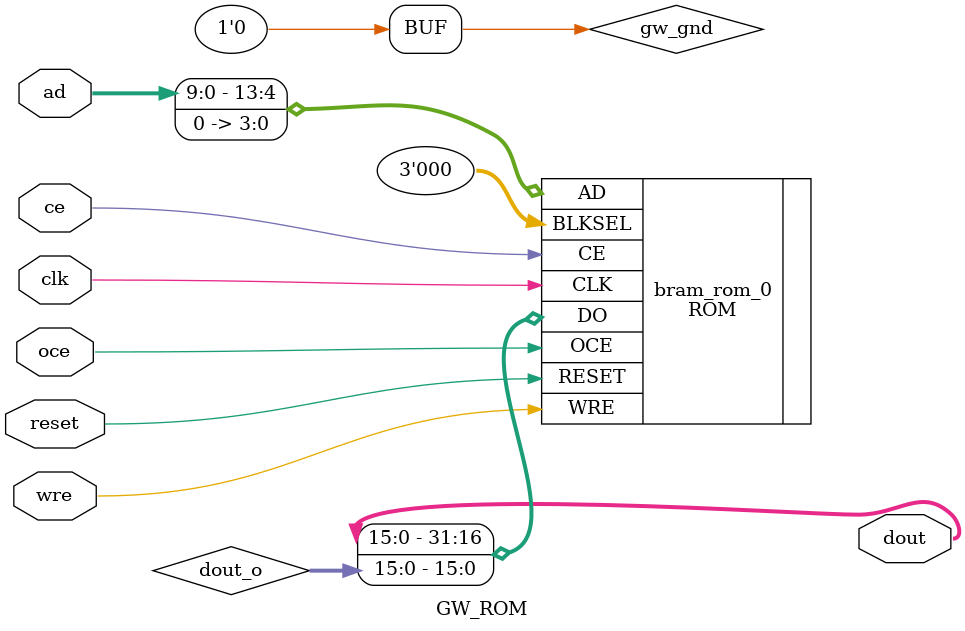
<source format=v>

module testfft(
    clk   ,
    rst  ,
    ipd  ,
    dout  
    );

  input         clk   ;
  input         rst  ;
  input         ipd  ;
  output  [15:0] dout  ;

  reg     [15:0] dout  ;
  reg     [9:0] addr  ;
  reg     [15:0] data [0:1023];

  always@(posedge clk or posedge rst)
  begin
    if(rst)
      addr <= 'b0;
    else if(ipd)
      addr <= addr + 1'b1;
  end

  GW_ROM U_GW_ROM (.dout(dout), .clk(clk), .oce(1'b1), .ce(ipd), .reset(rst), .wre(1'b0), .ad(addr));

endmodule

module GW_ROM (dout, clk, oce, ce, reset, wre, ad);

output [15:0] dout;
input clk;
input oce;
input ce;
input reset;
input wre;
input [9:0] ad;

wire gw_gnd;
wire [15:0] dout_o;
assign gw_gnd = 1'b0;

ROM bram_rom_0 (
    .DO({dout[15:0],dout_o[15:0]}),
    .CLK(clk),
    .OCE(oce),
    .CE(ce),
    .RESET(reset),
    .WRE(wre),
    .BLKSEL({gw_gnd,gw_gnd,gw_gnd}),
    .AD({ad[9:0],gw_gnd,gw_gnd,gw_gnd,gw_gnd})
);

defparam bram_rom_0.READ_MODE = 1'b0;
defparam bram_rom_0.BIT_WIDTH = 16;
defparam bram_rom_0.BLK_SEL = 3'b000;
defparam bram_rom_0.RESET_MODE = "SYNC";
defparam bram_rom_0.INIT_RAM_00 = 256'hF780E580F68013001380F780E580F68013001380F780E580F68013001380F780;
defparam bram_rom_0.INIT_RAM_01 = 256'h1380F780E580F68013001380F780E580F68013001380F780E580F68013001380;
defparam bram_rom_0.INIT_RAM_02 = 256'h13001380F780E580F68013001380F780E580F68013001380F780E580F6801300;
defparam bram_rom_0.INIT_RAM_03 = 256'hF68013001380F780E580F68013001380F780E580F68013001380F780E580F680;
defparam bram_rom_0.INIT_RAM_04 = 256'hE580F68013001380F780E580F68013001380F780E580F68013001380F780E580;
defparam bram_rom_0.INIT_RAM_05 = 256'hF780E580F68013001380F780E580F68013001380F780E580F68013001380F780;
defparam bram_rom_0.INIT_RAM_06 = 256'h1380F780E580F68013001380F780E580F68013001380F780E580F68013001380;
defparam bram_rom_0.INIT_RAM_07 = 256'h13001380F780E580F68013001380F780E580F68013001380F780E580F6801300;
defparam bram_rom_0.INIT_RAM_08 = 256'hF68013001380F780E580F68012801380F780E580F68013001380F780E580F680;
defparam bram_rom_0.INIT_RAM_09 = 256'hE580F68013001380F780E580F68013001380F780E580F68013001380F780E580;
defparam bram_rom_0.INIT_RAM_0A = 256'hF780E580F68013001380F780E580F68013001380F780E580F68013001380F780;
defparam bram_rom_0.INIT_RAM_0B = 256'h1380F780E580F68013001380F780E580F68013001380F780E580F68013001380;
defparam bram_rom_0.INIT_RAM_0C = 256'h13001380F780E600F68013001380F780E580F68013001380F780E580F6801300;
defparam bram_rom_0.INIT_RAM_0D = 256'hF68013001380F780E580F68013001380F780E580F68013001380F780E580F680;
defparam bram_rom_0.INIT_RAM_0E = 256'hE600F68013001380F780E580F68013001380F780E580F68013001380F780E580;
defparam bram_rom_0.INIT_RAM_0F = 256'hF780E580F68012801380F780E580F68013001380F780E580F68013001380F780;
defparam bram_rom_0.INIT_RAM_10 = 256'h1380F780E580F68013001380F780E580F68013001380F780E580F68013001380;
defparam bram_rom_0.INIT_RAM_11 = 256'h13001380F780E580F68013001380F780E580F68013001380F780E580F6801300;
defparam bram_rom_0.INIT_RAM_12 = 256'hF68013001380F780E580F68013001380F780E580F68013001380F780E580F680;
defparam bram_rom_0.INIT_RAM_13 = 256'hE580F68013001380F780E580F68013001380F780E580F68013001380F780E580;
defparam bram_rom_0.INIT_RAM_14 = 256'hF780E580F68013001380F780E580F68013001380F780E580F68013001380F780;
defparam bram_rom_0.INIT_RAM_15 = 256'h1380F780E580F68013001380F780E580F68013001380F780E580F68013001380;
defparam bram_rom_0.INIT_RAM_16 = 256'h13001380F780E580F68013001380F780E580F68013001380F780E580F6801300;
defparam bram_rom_0.INIT_RAM_17 = 256'hF68013001380F780E580F68013001380F780E580F68013001380F780E580F680;
defparam bram_rom_0.INIT_RAM_18 = 256'hE580F68013001380F780E580F68013001380F780E580F68013001380F780E580;
defparam bram_rom_0.INIT_RAM_19 = 256'hF780E580F68013001380F780E580F68013001380F780E580F68013001380F780;
defparam bram_rom_0.INIT_RAM_1A = 256'h1380F800E580F68013001380F780E580F68013001380F780E600F68013001380;
defparam bram_rom_0.INIT_RAM_1B = 256'h13001380F780E580F68013001380F780E580F68013001380F780E600F6801300;
defparam bram_rom_0.INIT_RAM_1C = 256'hF68013001380F780E580F68013001380F780E580F68013001380F780E580F680;
defparam bram_rom_0.INIT_RAM_1D = 256'hE580F68013001380F780E580F68013001380F780E580F68013001380F780E580;
defparam bram_rom_0.INIT_RAM_1E = 256'hF780E580F68013001380F780E580F68013001380F780E580F68013001380F780;
defparam bram_rom_0.INIT_RAM_1F = 256'h1380F780E580F68013001380F780E580F68013001380F780E580F68013001380;
defparam bram_rom_0.INIT_RAM_20 = 256'h13001380F780E580F68013001380F780E580F68013001380F780E580F6801300;
defparam bram_rom_0.INIT_RAM_21 = 256'hF68013001380F780E580F68013001380F780E580F68013001380F780E580F680;
defparam bram_rom_0.INIT_RAM_22 = 256'hE580F68013001380F780E580F68013001380F780E580F68013001380F780E580;
defparam bram_rom_0.INIT_RAM_23 = 256'hF780E580F68013001380F780E580F68013001380F780E580F68013001380F780;
defparam bram_rom_0.INIT_RAM_24 = 256'h1380F780E580F68013001380F780E580F68013001380F780E580F68013001380;
defparam bram_rom_0.INIT_RAM_25 = 256'h13001380F780E580F68013001380F780E580F68013001380F780E580F6801300;
defparam bram_rom_0.INIT_RAM_26 = 256'hF68013001380F780E580F68013001380F780E580F68013001380F780E580F680;
defparam bram_rom_0.INIT_RAM_27 = 256'hE580F68013001380F780E580F68013001380F780E580F68013001380F780E580;
defparam bram_rom_0.INIT_RAM_28 = 256'hF780E580F68013001380F780E580F68013001380F780E580F68013001380F780;
defparam bram_rom_0.INIT_RAM_29 = 256'h1380F780E580F68013001380F780E580F68013001380F780E580F68013001380;
defparam bram_rom_0.INIT_RAM_2A = 256'h13001380F780E580F68013001380F780E580F68013001380F780E600F6801300;
defparam bram_rom_0.INIT_RAM_2B = 256'hF68013001380F780E580F68013001380F780E580F68013001380F800E580F680;
defparam bram_rom_0.INIT_RAM_2C = 256'hE580F68013001380F780E580F68013001380F780E580F68013001380F780E580;
defparam bram_rom_0.INIT_RAM_2D = 256'hF780E580F68013001380F780E580F68013001380F780E580F68013001400F780;
defparam bram_rom_0.INIT_RAM_2E = 256'h1380F780E580F68013001380F780E580F68013001380F780E580F68013001380;
defparam bram_rom_0.INIT_RAM_2F = 256'h12801380F780E580F68013001380F780E580F68013001380F780E580F6801300;
defparam bram_rom_0.INIT_RAM_30 = 256'hF68013001380F780E580F68013001380F780E580F68013001380F780E580F680;
defparam bram_rom_0.INIT_RAM_31 = 256'hE580F68013001380F780E580F68013001380F780E580F68013001380F780E580;
defparam bram_rom_0.INIT_RAM_32 = 256'hF780E580F68013001380F780E580F68013001380F780E580F68013001380F780;
defparam bram_rom_0.INIT_RAM_33 = 256'h1380F780E580F68013001380F780E580F68013001380F780E580F68013001380;
defparam bram_rom_0.INIT_RAM_34 = 256'h13001380F780E580F68013001380F780E580F68013001380F780E580F6801300;
defparam bram_rom_0.INIT_RAM_35 = 256'hF68013001380F780E580F68013001380F780E580F68013001380F800E580F680;
defparam bram_rom_0.INIT_RAM_36 = 256'hE580F68013001380F780E580F68013001380F780E580F68013001380F780E580;
defparam bram_rom_0.INIT_RAM_37 = 256'hF780E580F68013001380F780E580F68013001380F780E580F68012801380F780;
defparam bram_rom_0.INIT_RAM_38 = 256'h1380F800E580F68013001380F780E580F68013001380F780E580F68013001380;
defparam bram_rom_0.INIT_RAM_39 = 256'h13001380F780E580F68013001380F800E580F68013001380F780E580F6801300;
defparam bram_rom_0.INIT_RAM_3A = 256'hF68013001380F780E580F68013001380F780E580F68013001380F780E580F680;
defparam bram_rom_0.INIT_RAM_3B = 256'hE580F68013001380F780E580F68013001380F780E580F68013001380F780E580;
defparam bram_rom_0.INIT_RAM_3C = 256'hF780E580F68013001380F780E600F68013001380F780E580F68012801380F780;
defparam bram_rom_0.INIT_RAM_3D = 256'h1380F780E580F68013001380F780E580F68013001380F780E580F68013001380;
defparam bram_rom_0.INIT_RAM_3E = 256'h13001380F780E580F68013001380F780E580F68013001380F780E580F6801300;
defparam bram_rom_0.INIT_RAM_3F = 256'hF68012801380F780E600F68013001380F780E580F68013001380F780E580F680;

endmodule //GW_ROM


</source>
